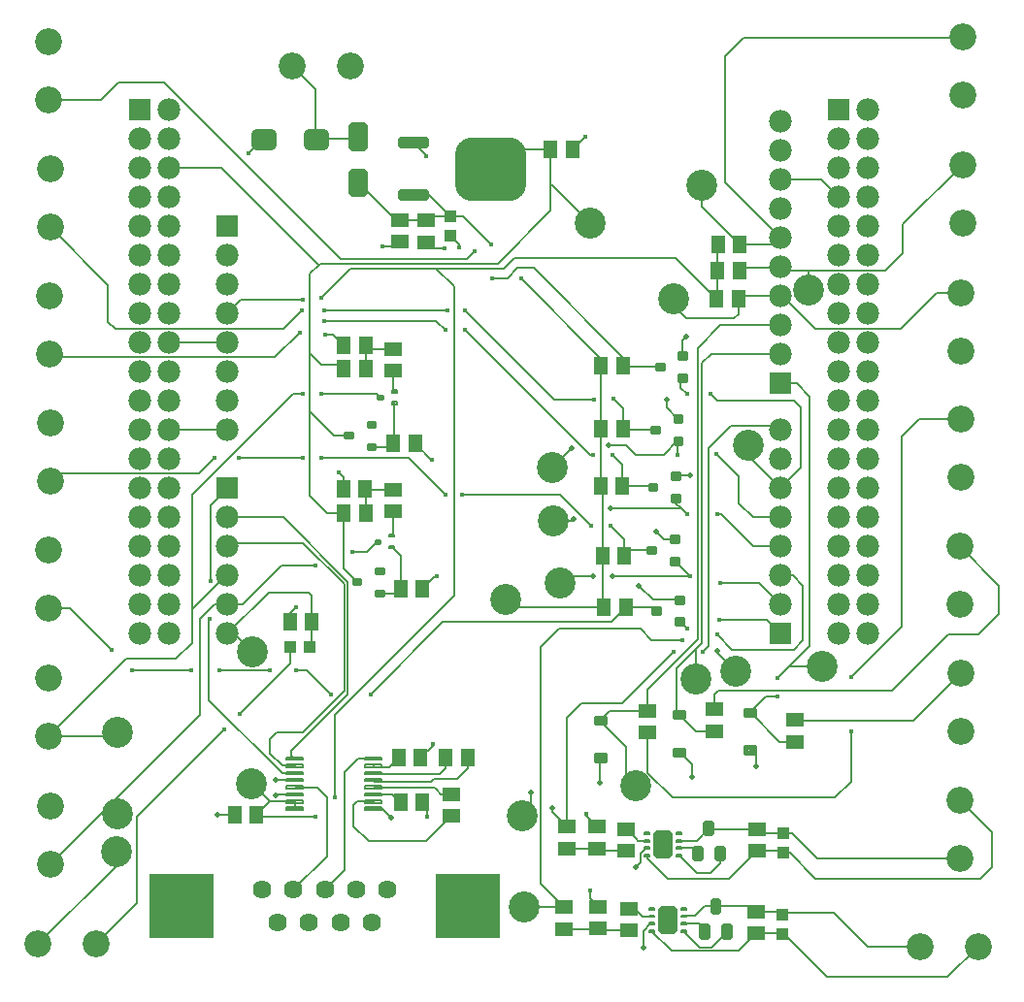
<source format=gtl>
G04 EAGLE Gerber RS-274X export*
G75*
%MOMM*%
%FSLAX34Y34*%
%LPD*%
%INTop Copper*%
%IPPOS*%
%AMOC8*
5,1,8,0,0,1.08239X$1,22.5*%
G01*
%ADD10R,1.500000X1.300000*%
%ADD11R,1.000000X1.100000*%
%ADD12R,1.300000X1.500000*%
%ADD13R,1.980000X1.980000*%
%ADD14C,1.980000*%
%ADD15C,0.200000*%
%ADD16C,0.250000*%
%ADD17C,1.620000*%
%ADD18R,5.580000X5.580000*%
%ADD19C,0.850000*%
%ADD20C,0.889000*%
%ADD21C,0.500000*%
%ADD22C,2.775000*%
%ADD23C,2.340000*%
%ADD24C,0.350000*%
%ADD25C,2.700000*%
%ADD26C,0.150000*%
%ADD27C,0.825000*%
%ADD28C,0.210000*%
%ADD29C,0.400000*%
%ADD30C,0.455000*%
%ADD31C,0.452400*%
%ADD32C,0.152400*%
%ADD33C,0.502400*%


D10*
X521400Y121400D03*
X521400Y140400D03*
X372100Y669700D03*
X372100Y650700D03*
D11*
X393600Y673400D03*
X393600Y656400D03*
D10*
X349600Y670100D03*
X349600Y651100D03*
D12*
X481000Y731700D03*
X500000Y731700D03*
D10*
X522400Y51400D03*
X522400Y70400D03*
X661100Y138500D03*
X661100Y119500D03*
D12*
X348500Y200700D03*
X367500Y200700D03*
D10*
X660100Y66300D03*
X660100Y47300D03*
X394300Y150000D03*
X394300Y169000D03*
D12*
X408600Y200400D03*
X389600Y200400D03*
X349900Y161600D03*
X368900Y161600D03*
D13*
X198700Y435980D03*
D14*
X198700Y410580D03*
X198700Y385180D03*
X198700Y359780D03*
X198700Y334380D03*
X198700Y308980D03*
D13*
X198700Y664580D03*
D14*
X198700Y639180D03*
X198700Y613780D03*
X198700Y588380D03*
X198700Y562980D03*
X198700Y537580D03*
X198700Y512180D03*
X198700Y486780D03*
D13*
X122500Y766180D03*
D14*
X147900Y766180D03*
X122500Y740780D03*
X147900Y740780D03*
X122500Y715380D03*
X147900Y715380D03*
X122500Y689980D03*
X147900Y689980D03*
X122500Y664580D03*
X147900Y664580D03*
X122500Y639180D03*
X147900Y639180D03*
X122500Y613780D03*
X147900Y613780D03*
X122500Y588380D03*
X147900Y588380D03*
X122500Y562980D03*
X147900Y562980D03*
X122500Y537580D03*
X147900Y537580D03*
X122500Y512180D03*
X147900Y512180D03*
X122500Y486780D03*
X147900Y486780D03*
X122500Y461380D03*
X147900Y461380D03*
X122500Y435980D03*
X147900Y435980D03*
X122500Y410580D03*
X147900Y410580D03*
X122500Y385180D03*
X147900Y385180D03*
X122500Y359780D03*
X147900Y359780D03*
X122500Y334380D03*
X147900Y334380D03*
X122500Y308980D03*
X147900Y308980D03*
D13*
X681300Y527420D03*
D14*
X681300Y552820D03*
X681300Y578220D03*
X681300Y603620D03*
X681300Y629020D03*
X681300Y654420D03*
X681300Y679820D03*
X681300Y705220D03*
X681300Y730620D03*
X681300Y756020D03*
X681300Y359780D03*
X681300Y385180D03*
X681300Y410580D03*
X681300Y435980D03*
X681300Y461380D03*
X681300Y486780D03*
D13*
X681300Y308980D03*
D14*
X681300Y334380D03*
D13*
X732100Y765930D03*
D14*
X757500Y765930D03*
X732100Y740530D03*
X757500Y740530D03*
X732100Y715130D03*
X757500Y715130D03*
X732100Y689730D03*
X757500Y689730D03*
X732100Y664330D03*
X757500Y664330D03*
X732100Y638930D03*
X757500Y638930D03*
X732100Y613530D03*
X757500Y613530D03*
X732100Y588130D03*
X757500Y588130D03*
X732100Y562730D03*
X757500Y562730D03*
X732100Y537330D03*
X757500Y537330D03*
X732100Y511930D03*
X757500Y511930D03*
X732100Y486530D03*
X757500Y486530D03*
X732100Y461130D03*
X757500Y461130D03*
X732100Y435730D03*
X757500Y435730D03*
X732100Y410330D03*
X757500Y410330D03*
X732100Y384930D03*
X757500Y384930D03*
X732100Y359530D03*
X757500Y359530D03*
X732100Y334130D03*
X757500Y334130D03*
X732100Y308730D03*
X757500Y308730D03*
D12*
X368900Y347900D03*
X349900Y347900D03*
D10*
X343700Y434500D03*
X343700Y415500D03*
D12*
X272500Y318900D03*
X253500Y318900D03*
X319100Y435400D03*
X300100Y435400D03*
D10*
X492600Y70100D03*
X492600Y51100D03*
X565400Y222400D03*
X565400Y241400D03*
D12*
X644600Y601400D03*
X625600Y601400D03*
X646100Y648400D03*
X627100Y648400D03*
X645600Y625400D03*
X626600Y625400D03*
X362600Y474900D03*
X343600Y474900D03*
X319600Y539900D03*
X300600Y539900D03*
X544100Y487900D03*
X525100Y487900D03*
X543600Y437900D03*
X524600Y437900D03*
X545100Y376900D03*
X526100Y376900D03*
X546600Y331900D03*
X527600Y331900D03*
X544100Y542900D03*
X525100Y542900D03*
D10*
X549400Y49900D03*
X549400Y68900D03*
D12*
X319600Y560400D03*
X300600Y560400D03*
D10*
X343700Y557300D03*
X343700Y538300D03*
X547000Y119500D03*
X547000Y138500D03*
D11*
X253700Y297600D03*
X270700Y297600D03*
D10*
X624100Y242700D03*
X624100Y223700D03*
X495100Y140300D03*
X495100Y121300D03*
D12*
X319500Y414000D03*
X300500Y414000D03*
D15*
X340500Y385400D02*
X340500Y383400D01*
X340500Y385400D02*
X344500Y385400D01*
X344500Y383400D01*
X340500Y383400D01*
X340500Y385300D02*
X344500Y385300D01*
X340500Y393400D02*
X340500Y395400D01*
X344500Y395400D01*
X344500Y393400D01*
X340500Y393400D01*
X340500Y395300D02*
X344500Y395300D01*
D16*
X328350Y390650D02*
X328350Y388150D01*
X328350Y390650D02*
X331850Y390650D01*
X331850Y388150D01*
X328350Y388150D01*
X328350Y390525D02*
X331850Y390525D01*
D15*
X342500Y509300D02*
X342500Y511300D01*
X346500Y511300D01*
X346500Y509300D01*
X342500Y509300D01*
X342500Y511200D02*
X346500Y511200D01*
X342500Y519300D02*
X342500Y521300D01*
X346500Y521300D01*
X346500Y519300D01*
X342500Y519300D01*
X342500Y521200D02*
X346500Y521200D01*
D16*
X330350Y516550D02*
X330350Y514050D01*
X330350Y516550D02*
X333850Y516550D01*
X333850Y514050D01*
X330350Y514050D01*
X330350Y516425D02*
X333850Y516425D01*
D17*
X229100Y85200D03*
X256500Y85200D03*
X283900Y85200D03*
X338700Y85200D03*
X311300Y85200D03*
X242800Y56800D03*
X270200Y56800D03*
X297600Y56800D03*
X325000Y56800D03*
D18*
X408850Y71000D03*
X158950Y71000D03*
D19*
X309150Y734250D02*
X309150Y750750D01*
X317650Y750750D01*
X317650Y734250D01*
X309150Y734250D01*
X309150Y742325D02*
X317650Y742325D01*
X317650Y750400D02*
X309150Y750400D01*
X309150Y710750D02*
X309150Y694250D01*
X309150Y710750D02*
X317650Y710750D01*
X317650Y694250D01*
X309150Y694250D01*
X309150Y702325D02*
X317650Y702325D01*
X317650Y710400D02*
X309150Y710400D01*
D20*
X282129Y745045D02*
X270191Y745045D01*
X282129Y745045D02*
X282129Y736155D01*
X270191Y736155D01*
X270191Y745045D01*
X270191Y744600D02*
X282129Y744600D01*
X236409Y745045D02*
X224471Y745045D01*
X236409Y745045D02*
X236409Y736155D01*
X224471Y736155D01*
X224471Y745045D01*
X224471Y744600D02*
X236409Y744600D01*
D21*
X349950Y689300D02*
X372450Y689300D01*
X349950Y689300D02*
X349950Y694300D01*
X372450Y694300D01*
X372450Y689300D01*
X372450Y694050D02*
X349950Y694050D01*
X349950Y735100D02*
X372450Y735100D01*
X349950Y735100D02*
X349950Y740100D01*
X372450Y740100D01*
X372450Y735100D01*
X372450Y739850D02*
X349950Y739850D01*
D22*
X411325Y700825D02*
X445075Y700825D01*
X411325Y700825D02*
X411325Y728575D01*
X445075Y728575D01*
X445075Y700825D01*
X445075Y727187D02*
X411325Y727187D01*
D23*
X43250Y270611D03*
X43250Y219811D03*
X838750Y445689D03*
X838750Y496489D03*
X44250Y492611D03*
X44250Y441811D03*
X43870Y603811D03*
X43870Y553011D03*
X44250Y714511D03*
X44250Y663711D03*
X43250Y825611D03*
X43250Y774811D03*
X305911Y804750D03*
X255111Y804750D03*
X838750Y555469D03*
X838750Y606269D03*
X840750Y778689D03*
X840750Y829489D03*
X44870Y158711D03*
X44870Y107911D03*
X33589Y37870D03*
X84389Y37870D03*
X837750Y112889D03*
X837750Y163689D03*
X803189Y35870D03*
X853989Y35870D03*
X840130Y667489D03*
X840130Y718289D03*
X839130Y223789D03*
X839130Y274589D03*
X43250Y381911D03*
X43250Y331111D03*
X837750Y334389D03*
X837750Y385189D03*
D24*
X334750Y345750D02*
X334750Y342250D01*
X329250Y342250D01*
X329250Y345750D01*
X334750Y345750D01*
X334750Y345575D02*
X329250Y345575D01*
X334750Y361250D02*
X334750Y364750D01*
X334750Y361250D02*
X329250Y361250D01*
X329250Y364750D01*
X334750Y364750D01*
X334750Y364575D02*
X329250Y364575D01*
X314750Y355750D02*
X314750Y352250D01*
X309250Y352250D01*
X309250Y355750D01*
X314750Y355750D01*
X314750Y355575D02*
X309250Y355575D01*
X327750Y470250D02*
X327750Y473750D01*
X327750Y470250D02*
X322250Y470250D01*
X322250Y473750D01*
X327750Y473750D01*
X327750Y473575D02*
X322250Y473575D01*
X327750Y489250D02*
X327750Y492750D01*
X327750Y489250D02*
X322250Y489250D01*
X322250Y492750D01*
X327750Y492750D01*
X327750Y492575D02*
X322250Y492575D01*
X307750Y483750D02*
X307750Y480250D01*
X302250Y480250D01*
X302250Y483750D01*
X307750Y483750D01*
X307750Y483575D02*
X302250Y483575D01*
D25*
X442000Y339000D03*
X515000Y667000D03*
X220000Y178000D03*
X103000Y223000D03*
X103000Y152000D03*
X221000Y293000D03*
X718000Y280000D03*
X608000Y269000D03*
X555000Y176000D03*
X588000Y601000D03*
X706000Y609000D03*
X613000Y700000D03*
X653000Y473000D03*
X482000Y454000D03*
X483000Y407000D03*
X489000Y353000D03*
X642000Y276000D03*
X456000Y150000D03*
X102000Y119000D03*
D26*
X562750Y134000D02*
X567250Y134000D01*
X562750Y134000D02*
X562750Y135500D01*
X567250Y135500D01*
X567250Y134000D01*
X567250Y135425D02*
X562750Y135425D01*
X562750Y127500D02*
X567250Y127500D01*
X562750Y127500D02*
X562750Y129000D01*
X567250Y129000D01*
X567250Y127500D01*
X567250Y128925D02*
X562750Y128925D01*
X562750Y121000D02*
X567250Y121000D01*
X562750Y121000D02*
X562750Y122500D01*
X567250Y122500D01*
X567250Y121000D01*
X567250Y122425D02*
X562750Y122425D01*
X562750Y114500D02*
X567250Y114500D01*
X562750Y114500D02*
X562750Y116000D01*
X567250Y116000D01*
X567250Y114500D01*
X567250Y115925D02*
X562750Y115925D01*
X590750Y134000D02*
X595250Y134000D01*
X590750Y134000D02*
X590750Y135500D01*
X595250Y135500D01*
X595250Y134000D01*
X595250Y135425D02*
X590750Y135425D01*
X590750Y127500D02*
X595250Y127500D01*
X590750Y127500D02*
X590750Y129000D01*
X595250Y129000D01*
X595250Y127500D01*
X595250Y128925D02*
X590750Y128925D01*
X590750Y121000D02*
X595250Y121000D01*
X590750Y121000D02*
X590750Y122500D01*
X595250Y122500D01*
X595250Y121000D01*
X595250Y122425D02*
X590750Y122425D01*
X590750Y114500D02*
X595250Y114500D01*
X590750Y114500D02*
X590750Y116000D01*
X595250Y116000D01*
X595250Y114500D01*
X595250Y115925D02*
X590750Y115925D01*
D27*
X583125Y117125D02*
X574875Y117125D01*
X574875Y132875D01*
X583125Y132875D01*
X583125Y117125D01*
X583125Y124962D02*
X574875Y124962D01*
X574875Y132799D02*
X583125Y132799D01*
D26*
X571250Y68000D02*
X566750Y68000D01*
X566750Y69500D01*
X571250Y69500D01*
X571250Y68000D01*
X571250Y69425D02*
X566750Y69425D01*
X566750Y61500D02*
X571250Y61500D01*
X566750Y61500D02*
X566750Y63000D01*
X571250Y63000D01*
X571250Y61500D01*
X571250Y62925D02*
X566750Y62925D01*
X566750Y55000D02*
X571250Y55000D01*
X566750Y55000D02*
X566750Y56500D01*
X571250Y56500D01*
X571250Y55000D01*
X571250Y56425D02*
X566750Y56425D01*
X566750Y48500D02*
X571250Y48500D01*
X566750Y48500D02*
X566750Y50000D01*
X571250Y50000D01*
X571250Y48500D01*
X571250Y49925D02*
X566750Y49925D01*
X594750Y68000D02*
X599250Y68000D01*
X594750Y68000D02*
X594750Y69500D01*
X599250Y69500D01*
X599250Y68000D01*
X599250Y69425D02*
X594750Y69425D01*
X594750Y61500D02*
X599250Y61500D01*
X594750Y61500D02*
X594750Y63000D01*
X599250Y63000D01*
X599250Y61500D01*
X599250Y62925D02*
X594750Y62925D01*
X594750Y55000D02*
X599250Y55000D01*
X594750Y55000D02*
X594750Y56500D01*
X599250Y56500D01*
X599250Y55000D01*
X599250Y56425D02*
X594750Y56425D01*
X594750Y48500D02*
X599250Y48500D01*
X594750Y48500D02*
X594750Y50000D01*
X599250Y50000D01*
X599250Y48500D01*
X599250Y49925D02*
X594750Y49925D01*
D27*
X587125Y51125D02*
X578875Y51125D01*
X578875Y66875D01*
X587125Y66875D01*
X587125Y51125D01*
X587125Y58962D02*
X578875Y58962D01*
X578875Y66799D02*
X587125Y66799D01*
D28*
X333350Y157175D02*
X319150Y157175D01*
X333350Y157175D02*
X333350Y155075D01*
X319150Y155075D01*
X319150Y157175D01*
X319150Y157070D02*
X333350Y157070D01*
X333350Y163425D02*
X319150Y163425D01*
X333350Y163425D02*
X333350Y161325D01*
X319150Y161325D01*
X319150Y163425D01*
X319150Y163320D02*
X333350Y163320D01*
X333350Y169675D02*
X319150Y169675D01*
X333350Y169675D02*
X333350Y167575D01*
X319150Y167575D01*
X319150Y169675D01*
X319150Y169570D02*
X333350Y169570D01*
X333350Y175925D02*
X319150Y175925D01*
X333350Y175925D02*
X333350Y173825D01*
X319150Y173825D01*
X319150Y175925D01*
X319150Y175820D02*
X333350Y175820D01*
X333350Y182175D02*
X319150Y182175D01*
X333350Y182175D02*
X333350Y180075D01*
X319150Y180075D01*
X319150Y182175D01*
X319150Y182070D02*
X333350Y182070D01*
X333350Y188425D02*
X319150Y188425D01*
X333350Y188425D02*
X333350Y186325D01*
X319150Y186325D01*
X319150Y188425D01*
X319150Y188320D02*
X333350Y188320D01*
X333350Y194675D02*
X319150Y194675D01*
X333350Y194675D02*
X333350Y192575D01*
X319150Y192575D01*
X319150Y194675D01*
X319150Y194570D02*
X333350Y194570D01*
X333350Y200925D02*
X319150Y200925D01*
X333350Y200925D02*
X333350Y198825D01*
X319150Y198825D01*
X319150Y200925D01*
X319150Y200820D02*
X333350Y200820D01*
X264850Y157175D02*
X250650Y157175D01*
X264850Y157175D02*
X264850Y155075D01*
X250650Y155075D01*
X250650Y157175D01*
X250650Y157070D02*
X264850Y157070D01*
X264850Y163425D02*
X250650Y163425D01*
X264850Y163425D02*
X264850Y161325D01*
X250650Y161325D01*
X250650Y163425D01*
X250650Y163320D02*
X264850Y163320D01*
X264850Y169675D02*
X250650Y169675D01*
X264850Y169675D02*
X264850Y167575D01*
X250650Y167575D01*
X250650Y169675D01*
X250650Y169570D02*
X264850Y169570D01*
X264850Y175925D02*
X250650Y175925D01*
X264850Y175925D02*
X264850Y173825D01*
X250650Y173825D01*
X250650Y175925D01*
X250650Y175820D02*
X264850Y175820D01*
X264850Y182175D02*
X250650Y182175D01*
X264850Y182175D02*
X264850Y180075D01*
X250650Y180075D01*
X250650Y182175D01*
X250650Y182070D02*
X264850Y182070D01*
X264850Y188425D02*
X250650Y188425D01*
X264850Y188425D02*
X264850Y186325D01*
X250650Y186325D01*
X250650Y188425D01*
X250650Y188320D02*
X264850Y188320D01*
X264850Y194675D02*
X250650Y194675D01*
X264850Y194675D02*
X264850Y192575D01*
X250650Y192575D01*
X250650Y194675D01*
X250650Y194570D02*
X264850Y194570D01*
X264850Y200925D02*
X250650Y200925D01*
X264850Y200925D02*
X264850Y198825D01*
X250650Y198825D01*
X250650Y200925D01*
X250650Y200820D02*
X264850Y200820D01*
D29*
X598500Y530500D02*
X598500Y534500D01*
X598500Y530500D02*
X593500Y530500D01*
X593500Y534500D01*
X598500Y534500D01*
X598500Y534300D02*
X593500Y534300D01*
X598500Y549500D02*
X598500Y553500D01*
X598500Y549500D02*
X593500Y549500D01*
X593500Y553500D01*
X598500Y553500D01*
X598500Y553300D02*
X593500Y553300D01*
X578500Y544000D02*
X578500Y540000D01*
X573500Y540000D01*
X573500Y544000D01*
X578500Y544000D01*
X578500Y543800D02*
X573500Y543800D01*
X594500Y479500D02*
X594500Y475500D01*
X589500Y475500D01*
X589500Y479500D01*
X594500Y479500D01*
X594500Y479300D02*
X589500Y479300D01*
X594500Y494500D02*
X594500Y498500D01*
X594500Y494500D02*
X589500Y494500D01*
X589500Y498500D01*
X594500Y498500D01*
X594500Y498300D02*
X589500Y498300D01*
X574500Y489000D02*
X574500Y485000D01*
X569500Y485000D01*
X569500Y489000D01*
X574500Y489000D01*
X574500Y488800D02*
X569500Y488800D01*
X592500Y429500D02*
X592500Y425500D01*
X587500Y425500D01*
X587500Y429500D01*
X592500Y429500D01*
X592500Y429300D02*
X587500Y429300D01*
X592500Y444500D02*
X592500Y448500D01*
X592500Y444500D02*
X587500Y444500D01*
X587500Y448500D01*
X592500Y448500D01*
X592500Y448300D02*
X587500Y448300D01*
X572500Y439000D02*
X572500Y435000D01*
X567500Y435000D01*
X567500Y439000D01*
X572500Y439000D01*
X572500Y438800D02*
X567500Y438800D01*
X591500Y374500D02*
X591500Y370500D01*
X586500Y370500D01*
X586500Y374500D01*
X591500Y374500D01*
X591500Y374300D02*
X586500Y374300D01*
X591500Y389500D02*
X591500Y393500D01*
X591500Y389500D02*
X586500Y389500D01*
X586500Y393500D01*
X591500Y393500D01*
X591500Y393300D02*
X586500Y393300D01*
X571500Y384000D02*
X571500Y380000D01*
X566500Y380000D01*
X566500Y384000D01*
X571500Y384000D01*
X571500Y383800D02*
X566500Y383800D01*
X595500Y321500D02*
X595500Y317500D01*
X590500Y317500D01*
X590500Y321500D01*
X595500Y321500D01*
X595500Y321300D02*
X590500Y321300D01*
X595500Y336500D02*
X595500Y340500D01*
X595500Y336500D02*
X590500Y336500D01*
X590500Y340500D01*
X595500Y340500D01*
X595500Y340300D02*
X590500Y340300D01*
X575500Y331000D02*
X575500Y327000D01*
X570500Y327000D01*
X570500Y331000D01*
X575500Y331000D01*
X575500Y330800D02*
X570500Y330800D01*
D21*
X622500Y66500D02*
X627500Y66500D01*
X622500Y66500D02*
X622500Y75500D01*
X627500Y75500D01*
X627500Y66500D01*
X627500Y71250D02*
X622500Y71250D01*
X632000Y44500D02*
X637000Y44500D01*
X632000Y44500D02*
X632000Y53500D01*
X637000Y53500D01*
X637000Y44500D01*
X637000Y49250D02*
X632000Y49250D01*
X618000Y44500D02*
X613000Y44500D01*
X613000Y53500D01*
X618000Y53500D01*
X618000Y44500D01*
X618000Y49250D02*
X613000Y49250D01*
X616500Y134500D02*
X621500Y134500D01*
X616500Y134500D02*
X616500Y143500D01*
X621500Y143500D01*
X621500Y134500D01*
X621500Y139250D02*
X616500Y139250D01*
X626000Y112500D02*
X631000Y112500D01*
X626000Y112500D02*
X626000Y121500D01*
X631000Y121500D01*
X631000Y112500D01*
X631000Y117250D02*
X626000Y117250D01*
X612000Y112500D02*
X607000Y112500D01*
X607000Y121500D01*
X612000Y121500D01*
X612000Y112500D01*
X612000Y117250D02*
X607000Y117250D01*
D30*
X658825Y205375D02*
X658825Y209925D01*
X658825Y205375D02*
X651175Y205375D01*
X651175Y209925D01*
X658825Y209925D01*
X658825Y209697D02*
X651175Y209697D01*
X658825Y238075D02*
X658825Y242625D01*
X658825Y238075D02*
X651175Y238075D01*
X651175Y242625D01*
X658825Y242625D01*
X658825Y242397D02*
X651175Y242397D01*
X596825Y207925D02*
X596825Y203375D01*
X589175Y203375D01*
X589175Y207925D01*
X596825Y207925D01*
X596825Y207697D02*
X589175Y207697D01*
X596825Y236075D02*
X596825Y240625D01*
X596825Y236075D02*
X589175Y236075D01*
X589175Y240625D01*
X596825Y240625D01*
X596825Y240397D02*
X589175Y240397D01*
X527825Y202925D02*
X527825Y198375D01*
X520175Y198375D01*
X520175Y202925D01*
X527825Y202925D01*
X527825Y202697D02*
X520175Y202697D01*
X527825Y231075D02*
X527825Y235625D01*
X527825Y231075D02*
X520175Y231075D01*
X520175Y235625D01*
X527825Y235625D01*
X527825Y235397D02*
X520175Y235397D01*
D25*
X458000Y70000D03*
D11*
X684000Y134500D03*
X684000Y117500D03*
X683000Y63500D03*
X683000Y46500D03*
D12*
X224500Y151000D03*
X205500Y151000D03*
D10*
X694000Y233500D03*
X694000Y214500D03*
D31*
X217000Y728160D03*
D32*
X500000Y731700D02*
X500000Y732000D01*
X511000Y743000D01*
D31*
X511000Y743000D03*
D32*
X401000Y649000D02*
X393600Y656400D01*
X401000Y649000D02*
X401000Y646000D01*
D31*
X401000Y646000D03*
D32*
X388000Y645000D02*
X377800Y645000D01*
X372100Y650700D01*
D31*
X388000Y645000D03*
D32*
X349600Y651100D02*
X345500Y647000D01*
X334000Y647000D01*
D31*
X334000Y647000D03*
D32*
X372000Y726800D02*
X361200Y737600D01*
X372000Y726800D02*
X372000Y726000D01*
D31*
X372000Y726000D03*
D32*
X300100Y445400D02*
X300100Y435400D01*
X300100Y445400D02*
X296100Y449400D01*
X376500Y461000D02*
X377000Y461000D01*
X376500Y461000D02*
X362600Y474900D01*
D31*
X377000Y461000D03*
D32*
X300600Y560400D02*
X291000Y570000D01*
X284000Y570000D01*
D31*
X284000Y570000D03*
D32*
X380000Y359000D02*
X368900Y347900D01*
X380000Y359000D02*
X382000Y359000D01*
D31*
X382000Y359000D03*
D32*
X368900Y161600D02*
X373000Y157500D01*
X373000Y149000D01*
D31*
X373000Y149000D03*
D32*
X367500Y200700D02*
X378000Y211200D01*
X378000Y213000D01*
D31*
X378000Y213000D03*
D32*
X253500Y318900D02*
X253500Y326500D01*
X259000Y332000D01*
D31*
X259000Y332000D03*
D32*
X512000Y149800D02*
X521400Y140400D01*
X512000Y149800D02*
X512000Y152000D01*
D31*
X512000Y152000D03*
D32*
X515000Y77800D02*
X522400Y70400D01*
X515000Y77800D02*
X515000Y85000D01*
D31*
X515000Y85000D03*
X296100Y449400D03*
D32*
X102000Y106281D02*
X33589Y37870D01*
X102000Y106281D02*
X102000Y119000D01*
X241625Y168625D02*
X257750Y168625D01*
X241625Y168625D02*
X241000Y168000D01*
D33*
X241000Y168000D03*
D32*
X555000Y105000D02*
X559714Y109714D01*
X559714Y117258D01*
D33*
X555000Y105000D03*
D32*
X564206Y121750D02*
X565000Y121750D01*
X564206Y121750D02*
X559714Y117258D01*
X562000Y49544D02*
X562000Y35000D01*
D33*
X562000Y35000D03*
D32*
X568206Y55750D02*
X569000Y55750D01*
X568206Y55750D02*
X562000Y49544D01*
X596000Y551500D02*
X596000Y565000D01*
X599000Y568000D01*
D33*
X599000Y568000D03*
D32*
X582000Y506500D02*
X592000Y496500D01*
X582000Y506500D02*
X582000Y513000D01*
D33*
X582000Y513000D03*
X602932Y447000D03*
D32*
X590500Y447000D02*
X590000Y446500D01*
X590500Y447000D02*
X602932Y447000D01*
X593000Y338500D02*
X570500Y338500D01*
X558000Y351000D01*
D33*
X558000Y351000D03*
D32*
X579500Y391500D02*
X589000Y391500D01*
X579500Y391500D02*
X573000Y398000D01*
D33*
X573000Y398000D03*
D32*
X655000Y207650D02*
X660000Y202650D01*
X660000Y193000D01*
D33*
X660000Y193000D03*
D32*
X604000Y194650D02*
X593000Y205650D01*
X604000Y194650D02*
X604000Y184000D01*
D33*
X604000Y184000D03*
D32*
X524000Y179000D02*
X524000Y200650D01*
D33*
X524000Y179000D03*
X241125Y181125D03*
D32*
X257750Y181125D01*
X217000Y728160D02*
X229440Y740600D01*
X230440Y740600D01*
X326250Y156125D02*
X333875Y156125D01*
X342000Y148000D01*
D33*
X342000Y148000D03*
D32*
X205500Y151000D02*
X190000Y151000D01*
D33*
X190000Y151000D03*
D32*
X198700Y562980D02*
X147900Y562980D01*
X147900Y486780D02*
X198700Y486780D01*
X681300Y705220D02*
X716610Y705220D01*
X732100Y689730D01*
X343600Y474900D02*
X340700Y472000D01*
X325000Y472000D01*
X343600Y474900D02*
X344300Y475600D01*
X344300Y510100D02*
X344500Y510300D01*
X344300Y510100D02*
X344300Y475600D01*
X319600Y539900D02*
X319600Y540400D01*
X319600Y560400D01*
X322700Y557300D01*
X343700Y557300D01*
X343700Y538300D02*
X343700Y521100D01*
X344500Y520300D01*
X272500Y318900D02*
X272500Y299400D01*
X270700Y297600D01*
X234720Y345000D02*
X198700Y308980D01*
X234720Y345000D02*
X270000Y345000D01*
X272500Y342500D01*
X272500Y318900D01*
X221000Y293000D02*
X205020Y308980D01*
X198700Y308980D01*
X523300Y119500D02*
X547000Y119500D01*
X523300Y119500D02*
X521400Y121400D01*
X495200Y121400D01*
X495100Y121300D01*
X547000Y138500D02*
X556750Y128750D01*
X557250Y128250D02*
X565000Y128250D01*
X557250Y128250D02*
X556750Y128750D01*
X837750Y163689D02*
X866000Y135439D01*
X866000Y105000D01*
X856000Y95000D01*
X712200Y95000D01*
X661100Y119500D02*
X636600Y95000D01*
X583000Y95000D01*
X565000Y113000D02*
X565000Y115250D01*
X565000Y113000D02*
X583000Y95000D01*
X661100Y119500D02*
X682000Y119500D01*
X684000Y117500D01*
X689700Y117500D01*
X712200Y95000D01*
X609500Y117000D02*
X604750Y121750D01*
X593000Y121750D01*
X608250Y100000D02*
X620000Y100000D01*
X608250Y100000D02*
X593000Y115250D01*
X620000Y100000D02*
X628500Y108500D01*
X628500Y117000D01*
X525100Y487900D02*
X525100Y542900D01*
X525100Y487900D02*
X525100Y438400D01*
X524600Y437900D01*
X526100Y436400D01*
X526100Y376900D01*
X526100Y333400D01*
X527600Y331900D01*
X404600Y673400D02*
X393600Y673400D01*
D31*
X429000Y649000D03*
X455000Y619000D03*
D32*
X525100Y548900D01*
X525100Y542900D01*
X429000Y649000D02*
X404600Y673400D01*
X449100Y331900D02*
X527600Y331900D01*
X449100Y331900D02*
X442000Y339000D01*
X375200Y691800D02*
X361200Y691800D01*
X375200Y691800D02*
X393600Y673400D01*
X349600Y670100D02*
X345800Y670100D01*
X313400Y702500D01*
X349600Y670100D02*
X371700Y670100D01*
X372100Y669700D01*
X375800Y673400D02*
X393600Y673400D01*
X375800Y673400D02*
X372100Y669700D01*
X120000Y73481D02*
X84389Y37870D01*
X120000Y149000D02*
X196000Y225000D01*
D31*
X196000Y225000D03*
X210000Y239000D03*
D32*
X253700Y282700D01*
X253700Y297600D01*
X120000Y149000D02*
X120000Y73481D01*
X349900Y347900D02*
X349900Y377000D01*
X342500Y384400D01*
X349900Y347900D02*
X346000Y344000D01*
X332000Y344000D01*
X319500Y435000D02*
X319100Y435400D01*
X319500Y435000D02*
X319500Y414000D01*
X320000Y434500D02*
X343700Y434500D01*
X320000Y434500D02*
X319100Y435400D01*
X343700Y415500D02*
X343700Y395600D01*
X342500Y394400D01*
X330100Y389400D02*
X320700Y380000D01*
D31*
X308068Y380000D03*
X276000Y368000D03*
D32*
X246000Y368000D01*
X212380Y334380D01*
X198700Y334380D01*
X175000Y238041D02*
X44870Y107911D01*
X175000Y238041D02*
X175000Y322000D01*
X187380Y334380D01*
X198700Y334380D01*
X88959Y152000D02*
X44870Y107911D01*
X88959Y152000D02*
X103000Y152000D01*
X308068Y380000D02*
X320700Y380000D01*
X713311Y112889D02*
X837750Y112889D01*
X608250Y128250D02*
X593000Y128250D01*
X608250Y128250D02*
X619000Y139000D01*
X619500Y138500D01*
X661100Y138500D01*
X665100Y134500D02*
X684000Y134500D01*
X665100Y134500D02*
X661100Y138500D01*
X691700Y134500D02*
X713311Y112889D01*
X691700Y134500D02*
X684000Y134500D01*
X549400Y49900D02*
X523900Y49900D01*
X522400Y51400D01*
X522100Y51100D01*
X492600Y51100D01*
X549400Y68900D02*
X554100Y68900D01*
X561000Y62000D01*
X568750Y62000D01*
X569000Y62250D01*
X827119Y9000D02*
X853989Y35870D01*
X827119Y9000D02*
X721800Y9000D01*
X682200Y47300D02*
X660100Y47300D01*
X682200Y47300D02*
X683000Y46500D01*
X684300Y46500D02*
X721800Y9000D01*
X684300Y46500D02*
X683000Y46500D01*
X660100Y47300D02*
X644800Y32000D01*
X586250Y32000D01*
X569000Y49250D01*
X597000Y55750D02*
X597250Y56000D01*
X610200Y56000D01*
X615500Y50700D01*
X615500Y49000D01*
X611000Y35000D02*
X597000Y49000D01*
X597000Y49250D01*
X634500Y49000D02*
X634500Y48000D01*
X621500Y35000D02*
X611000Y35000D01*
X621500Y35000D02*
X634500Y48000D01*
X757130Y35870D02*
X803189Y35870D01*
X757130Y35870D02*
X727500Y65500D01*
X606500Y62500D02*
X597250Y62500D01*
X597000Y62250D01*
X615000Y71000D02*
X625000Y71000D01*
X615000Y71000D02*
X606500Y62500D01*
X660100Y66300D02*
X680200Y66300D01*
X683000Y63500D01*
X685000Y65500D02*
X727500Y65500D01*
X685000Y65500D02*
X683000Y63500D01*
X655400Y71000D02*
X625000Y71000D01*
X655400Y71000D02*
X660100Y66300D01*
X797641Y233100D02*
X839130Y274589D01*
X694400Y233100D02*
X694000Y233500D01*
X694400Y233100D02*
X797641Y233100D01*
D31*
X679000Y254000D03*
X679000Y270000D03*
D32*
X689000Y280000D01*
X707000Y298000D01*
X707000Y516000D02*
X695580Y527420D01*
X681300Y527420D01*
X707000Y516000D02*
X707000Y298000D01*
X718000Y280000D02*
X689000Y280000D01*
X668650Y254000D02*
X655000Y240350D01*
X668650Y254000D02*
X679000Y254000D01*
X655000Y240350D02*
X680850Y214500D01*
X694000Y214500D01*
X644600Y601400D02*
X646820Y603620D01*
X681300Y603620D01*
X644600Y601400D02*
X644600Y587600D01*
X641000Y584000D02*
X599000Y584000D01*
X588000Y595000D01*
X588000Y601000D01*
X641000Y584000D02*
X644600Y587600D01*
X681300Y603620D02*
X683380Y603620D01*
X712000Y575000D01*
X786000Y575000D01*
X817269Y606269D02*
X838750Y606269D01*
X817269Y606269D02*
X786000Y575000D01*
X627400Y259000D02*
X624100Y255700D01*
X624100Y242700D01*
X828000Y308000D02*
X854000Y308000D01*
X872000Y326000D01*
X872000Y350939D02*
X837750Y385189D01*
X779000Y259000D02*
X627400Y259000D01*
X779000Y259000D02*
X828000Y308000D01*
X872000Y326000D02*
X872000Y350939D01*
X681300Y552820D02*
X681120Y553000D01*
X621000Y553000D02*
X613000Y545000D01*
X621000Y553000D02*
X681120Y553000D01*
X593000Y238350D02*
X607650Y223700D01*
X624100Y223700D01*
X607500Y295500D02*
X613000Y301000D01*
X613000Y545000D01*
X591000Y240350D02*
X593000Y238350D01*
X591000Y240350D02*
X591000Y279000D01*
X607500Y295500D01*
X607500Y269500D01*
X608000Y269000D01*
X565400Y222400D02*
X565400Y187600D01*
X587000Y166000D02*
X729000Y166000D01*
X743000Y180000D01*
X743000Y224000D01*
D31*
X743000Y224000D03*
X743000Y271000D03*
D32*
X787000Y315000D01*
X802489Y496489D02*
X838750Y496489D01*
X565400Y187600D02*
X587000Y166000D01*
X787000Y315000D02*
X787000Y481000D01*
X802489Y496489D01*
X542050Y241400D02*
X541750Y241400D01*
X532050Y241400D01*
X542050Y241400D02*
X565400Y241400D01*
X565400Y260400D01*
X629220Y578220D02*
X681300Y578220D01*
X609000Y304000D02*
X565400Y260400D01*
X609000Y304000D02*
X609000Y558000D01*
X629220Y578220D01*
X547000Y184000D02*
X555000Y176000D01*
X547000Y184000D02*
X547000Y210000D01*
X524000Y233350D02*
X532050Y241400D01*
X524000Y233000D02*
X547000Y210000D01*
X524000Y233000D02*
X524000Y233350D01*
X788000Y666159D02*
X840130Y718289D01*
X788000Y666159D02*
X788000Y641000D01*
X773000Y626000D01*
X684320Y626000D02*
X681660Y628660D01*
X681300Y629020D01*
X706000Y626000D02*
X773000Y626000D01*
X706000Y626000D02*
X684320Y626000D01*
X648860Y628660D02*
X645600Y625400D01*
X648860Y628660D02*
X681660Y628660D01*
X706000Y626000D02*
X706000Y609000D01*
X840261Y829000D02*
X840750Y829489D01*
X840261Y829000D02*
X649000Y829000D01*
X633000Y813000D01*
X633000Y702720D01*
X681300Y654420D01*
X675280Y648400D01*
X646100Y648400D01*
X613000Y681500D01*
X613000Y700000D01*
D31*
X263932Y591000D03*
X283000Y591000D03*
X390932Y591000D03*
X406000Y591000D03*
D32*
X484000Y513000D01*
X519032Y513000D01*
D31*
X519032Y513000D03*
X536000Y514000D03*
D32*
X544100Y505900D01*
X544100Y487900D01*
X390932Y591000D02*
X283000Y591000D01*
X95000Y581000D02*
X95000Y612961D01*
X95000Y581000D02*
X101000Y575000D01*
X95000Y612961D02*
X44250Y663711D01*
X101000Y575000D02*
X247932Y575000D01*
X545000Y487000D02*
X572000Y487000D01*
X545000Y487000D02*
X544100Y487900D01*
X263932Y591000D02*
X247932Y575000D01*
D31*
X625068Y466000D03*
X592000Y465088D03*
D32*
X554912Y465088D02*
X547000Y473000D01*
X531000Y473000D01*
X531000Y473499D01*
X531168Y473667D01*
D33*
X531168Y473667D03*
X499000Y471000D03*
D32*
X482000Y454000D01*
X592000Y465088D02*
X592000Y477500D01*
X579588Y465088D02*
X554912Y465088D01*
X579588Y465088D02*
X592000Y477500D01*
X625068Y466000D02*
X645000Y446068D01*
X645000Y423000D01*
X657420Y410580D01*
X681300Y410580D01*
X46437Y550444D02*
X43870Y553011D01*
X46437Y550444D02*
X240444Y550444D01*
X262000Y572000D01*
D31*
X262000Y572000D03*
X283000Y581912D03*
D32*
X381088Y581912D01*
X389000Y574000D01*
D31*
X389000Y574000D03*
X406000Y574000D03*
D32*
X515000Y465000D01*
X518000Y465000D01*
D31*
X518000Y465000D03*
X535000Y465000D03*
D32*
X543600Y456400D01*
X543600Y437900D01*
X569100Y437900D01*
X570000Y437000D01*
X657820Y385180D02*
X681300Y385180D01*
X657820Y385180D02*
X630000Y413000D01*
X626000Y413000D01*
D31*
X626000Y413000D03*
X600000Y413000D03*
D32*
X593800Y418000D02*
X593000Y418000D01*
D33*
X533000Y418000D03*
D32*
X593000Y418000D01*
D33*
X501000Y409000D03*
D32*
X499000Y407000D01*
X483000Y407000D01*
X590000Y423000D02*
X590000Y427500D01*
X590000Y423000D02*
X595000Y418000D01*
X600000Y413000D01*
X595000Y418000D02*
X593800Y418000D01*
X174516Y448516D02*
X50955Y448516D01*
X44250Y441811D01*
X174516Y448516D02*
X188000Y462000D01*
D31*
X188000Y462000D03*
X209000Y462000D03*
D32*
X264932Y462000D01*
D31*
X264932Y462000D03*
X281000Y462000D03*
D32*
X357000Y462000D01*
X389000Y430000D01*
D31*
X389000Y430000D03*
X404000Y430000D03*
D32*
X489000Y430000D01*
X516000Y403000D01*
D31*
X516000Y403000D03*
X533000Y403000D03*
D32*
X545100Y390900D01*
X545100Y376900D01*
X550200Y382000D01*
X569000Y382000D01*
D31*
X602932Y359000D03*
X629000Y353000D03*
D32*
X662680Y353000D01*
X681300Y334380D01*
X602932Y359000D02*
X535000Y359000D01*
D33*
X535000Y359000D03*
X518000Y359000D03*
D32*
X495000Y359000D01*
X489000Y353000D01*
X589432Y372500D02*
X602932Y359000D01*
X589432Y372500D02*
X589000Y372500D01*
X61889Y331111D02*
X43250Y331111D01*
X61889Y331111D02*
X98000Y295000D01*
D31*
X98000Y295000D03*
X116000Y277000D03*
D32*
X167000Y277000D01*
D31*
X167000Y277000D03*
X192000Y277000D03*
D32*
X236000Y277000D01*
D31*
X236000Y277000D03*
X259000Y277000D03*
D32*
X268000Y277000D01*
X289000Y256000D01*
D31*
X289000Y256000D03*
X324000Y256000D03*
D32*
X387000Y319000D01*
X533700Y319000D02*
X546600Y331900D01*
X533700Y319000D02*
X387000Y319000D01*
X546600Y331900D02*
X570100Y331900D01*
X573000Y329000D01*
X669280Y321000D02*
X681300Y308980D01*
X669280Y321000D02*
X628000Y321000D01*
D31*
X628000Y321000D03*
X600000Y313000D03*
D32*
X626000Y292000D02*
X642000Y276000D01*
X626000Y292000D02*
X626000Y294000D01*
D33*
X626000Y294000D03*
D32*
X593500Y319500D02*
X593000Y319500D01*
X593500Y319500D02*
X600000Y313000D01*
X88811Y774811D02*
X43250Y774811D01*
X88811Y774811D02*
X104000Y790000D01*
X144000Y790000D01*
X298000Y636000D01*
X408000Y636000D02*
X415000Y643000D01*
X408000Y636000D02*
X298000Y636000D01*
D31*
X415000Y643000D03*
X430000Y619000D03*
D32*
X443000Y619000D01*
X452000Y628000D01*
X466000Y628000D01*
X544100Y549900D01*
X544100Y543000D01*
X544100Y542900D01*
X545100Y542000D02*
X576000Y542000D01*
X545100Y542000D02*
X544100Y543000D01*
X681300Y435980D02*
X699000Y453680D01*
X699000Y506000D01*
X693000Y512000D01*
X626000Y512000D02*
X620000Y518000D01*
D31*
X620000Y518000D03*
X600000Y518000D03*
D32*
X594400Y523600D01*
X626000Y512000D02*
X693000Y512000D01*
X653000Y464280D02*
X681300Y435980D01*
X653000Y464280D02*
X653000Y473000D01*
X594400Y523600D02*
X594400Y530900D01*
X596000Y532500D01*
X110439Y287000D02*
X43250Y219811D01*
X110439Y287000D02*
X154000Y287000D01*
X168000Y301000D01*
X168000Y330000D01*
X197780Y359780D01*
X198700Y359780D01*
X168000Y330000D02*
X168000Y430000D01*
D31*
X264932Y518000D03*
X281000Y518000D03*
D32*
X329400Y518000D01*
X332100Y515300D01*
X256000Y518000D02*
X168000Y430000D01*
X99811Y219811D02*
X43250Y219811D01*
X99811Y219811D02*
X103000Y223000D01*
X256000Y518000D02*
X264932Y518000D01*
D31*
X588000Y293000D03*
X614000Y293000D03*
D32*
X619000Y298000D01*
X619000Y471000D02*
X638000Y490000D01*
X678080Y490000D01*
X681300Y486780D01*
X619000Y471000D02*
X619000Y298000D01*
X508000Y248000D02*
X495100Y235100D01*
X543000Y248000D02*
X588000Y293000D01*
X543000Y248000D02*
X508000Y248000D01*
X482000Y157000D02*
X482000Y153400D01*
D33*
X482000Y157000D03*
X464000Y170000D03*
D32*
X464000Y158000D01*
X456000Y150000D01*
X482000Y153400D02*
X495100Y140300D01*
X495100Y235100D01*
X472000Y90700D02*
X492600Y70100D01*
X472000Y90700D02*
X472000Y297000D01*
X488000Y313000D01*
X559000Y313000D01*
X569000Y303000D02*
X596000Y303000D01*
X569000Y303000D02*
X559000Y313000D01*
D31*
X596000Y303000D03*
X626000Y308000D03*
D32*
X639000Y295000D01*
X693000Y295000D02*
X701000Y303000D01*
X701000Y351000D01*
X692220Y359780D02*
X681300Y359780D01*
X693000Y295000D02*
X639000Y295000D01*
X701000Y351000D02*
X692220Y359780D01*
X492600Y70100D02*
X458100Y70100D01*
X458000Y70000D01*
X340025Y192225D02*
X348500Y200700D01*
X340025Y192225D02*
X327650Y192225D01*
X326250Y193625D01*
X326625Y169000D02*
X326250Y168625D01*
X342500Y169000D02*
X349900Y161600D01*
X342500Y169000D02*
X326625Y169000D01*
X309000Y159000D02*
X309000Y141000D01*
X322000Y128000D01*
X372300Y128000D01*
X394300Y150000D01*
X326250Y162375D02*
X312375Y162375D01*
X309000Y159000D01*
X385000Y169000D02*
X394300Y169000D01*
X381500Y172500D02*
X380525Y173475D01*
X381500Y172500D02*
X385000Y169000D01*
X379125Y174875D02*
X326250Y174875D01*
X379125Y174875D02*
X380525Y173475D01*
X376725Y179725D02*
X379000Y182000D01*
X399000Y182000D01*
X408600Y191600D01*
X408600Y200400D01*
X376725Y179725D02*
X327650Y179725D01*
X326250Y181125D01*
X389600Y191600D02*
X389600Y200400D01*
X389600Y191600D02*
X383975Y185975D01*
X327650Y185975D01*
X326250Y187375D01*
X286000Y114700D02*
X256500Y85200D01*
X286000Y114700D02*
X286000Y166000D01*
X277125Y174875D02*
X257750Y174875D01*
X277125Y174875D02*
X286000Y166000D01*
X301000Y102300D02*
X283900Y85200D01*
X301000Y102300D02*
X301000Y188000D01*
X312875Y199875D02*
X326250Y199875D01*
X312875Y199875D02*
X301000Y188000D01*
X276160Y740600D02*
X276160Y783701D01*
X255111Y804750D01*
X276160Y740600D02*
X311500Y740600D01*
X313400Y742500D01*
X183000Y322000D02*
X183291Y321709D01*
D31*
X183291Y321709D03*
X184000Y355000D03*
D32*
X184000Y421280D01*
X198700Y435980D01*
X183000Y322000D02*
X183000Y251107D01*
X246732Y187375D02*
X257750Y187375D01*
X246732Y187375D02*
X183000Y251107D01*
X304000Y255725D02*
X304000Y354000D01*
X304000Y255725D02*
X254750Y206475D01*
X247420Y410580D02*
X198700Y410580D01*
X247420Y410580D02*
X304000Y354000D01*
X254750Y202875D02*
X257750Y199875D01*
X254750Y202875D02*
X254750Y206475D01*
X428200Y714700D02*
X445200Y731700D01*
X481000Y731700D01*
X481000Y700000D01*
X481000Y678000D01*
X193620Y715380D02*
X147900Y715380D01*
X434932Y631932D02*
X481000Y678000D01*
X434932Y631932D02*
X279932Y631932D01*
X278932Y630932D02*
X277932Y630932D01*
X278000Y631000D02*
X193620Y715380D01*
X278000Y631000D02*
X277932Y630932D01*
X278932Y630932D02*
X279932Y631932D01*
X278932Y630932D02*
X271000Y623000D01*
X271000Y554000D01*
X281100Y543900D01*
X296600Y543900D02*
X300600Y539900D01*
X296600Y543900D02*
X281100Y543900D01*
X292000Y482000D02*
X305000Y482000D01*
X292000Y482000D02*
X271000Y503000D01*
X300500Y414000D02*
X300500Y365500D01*
X300500Y414000D02*
X286000Y414000D01*
X271000Y503000D02*
X271000Y554000D01*
X271000Y503000D02*
X271000Y429000D01*
X286000Y414000D01*
X515000Y667000D02*
X482000Y700000D01*
X481000Y700000D01*
X300500Y365500D02*
X312000Y354000D01*
X626600Y647900D02*
X627100Y648400D01*
X626600Y647900D02*
X626600Y625400D01*
X626600Y602400D01*
X625600Y601400D01*
X590000Y637000D01*
X449311Y637000D02*
X440195Y627884D01*
X305884Y627884D02*
X280500Y602500D01*
X381116Y627884D02*
X440195Y627884D01*
D31*
X280500Y602500D03*
D32*
X305884Y627884D02*
X381116Y627884D01*
D31*
X265000Y600000D03*
D32*
X210320Y600000D01*
X198700Y588380D01*
X449311Y637000D02*
X590000Y637000D01*
D31*
X276000Y149000D03*
X293000Y166000D03*
D32*
X293000Y238000D01*
X397000Y342000D01*
X397000Y612000D01*
X381116Y627884D01*
X257750Y162375D02*
X257750Y156125D01*
X257750Y162375D02*
X235875Y162375D01*
X224500Y151000D01*
X235625Y162375D02*
X235875Y162375D01*
X235625Y162375D02*
X220000Y178000D01*
X226500Y149000D02*
X276000Y149000D01*
X226500Y149000D02*
X224500Y151000D01*
X236000Y204357D02*
X236000Y217000D01*
X242000Y223000D01*
X265000Y223000D01*
X300952Y258952D01*
X300952Y352000D01*
X264952Y388000D01*
X201520Y388000D02*
X198700Y385180D01*
X201520Y388000D02*
X264952Y388000D01*
X257750Y193625D02*
X246732Y193625D01*
X236000Y204357D01*
M02*

</source>
